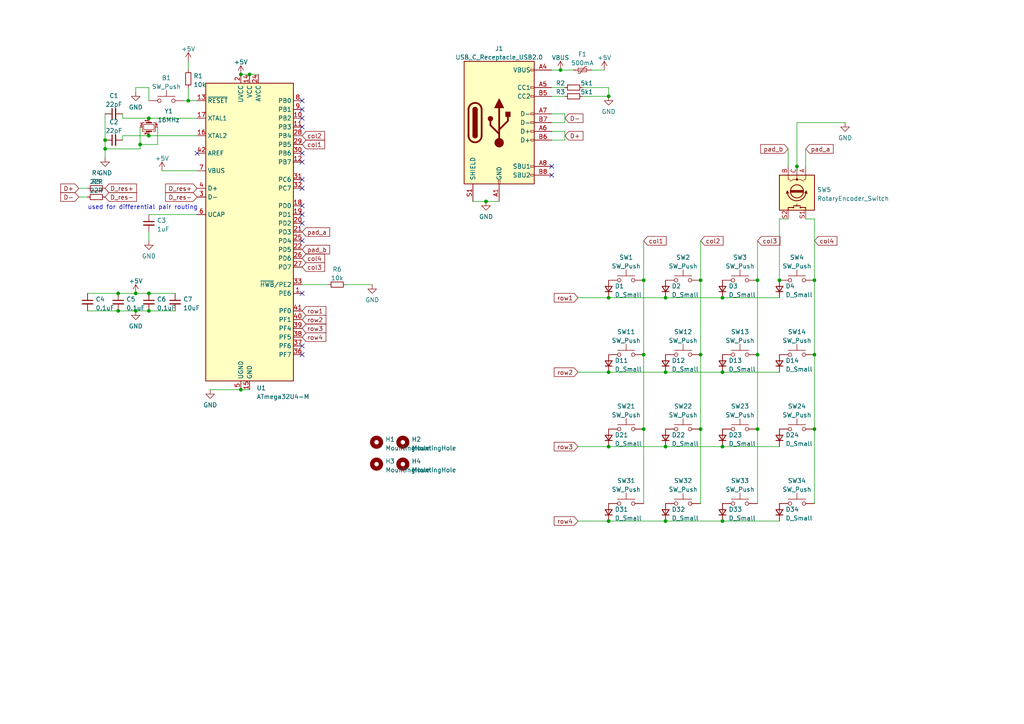
<source format=kicad_sch>
(kicad_sch (version 20211123) (generator eeschema)
  (paper "A4")
  (lib_symbols
    (symbol "Connector:USB_C_Receptacle_USB2.0" (pin_names (offset 1.016))
      (property "Reference" "J" (at -10.16 19.05 0))
      (property "Value" "USB_C_Receptacle_USB2.0" (at 19.05 19.05 0))
      (symbol "USB_C_Receptacle_USB2.0_0_0"
        (rectangle (start -0.254 -17.78) (end 0.254 -16.764))
        (rectangle (start 10.16 -14.986) (end 9.144 -15.494))
        (rectangle (start 10.16 -12.446) (end 9.144 -12.954))
        (rectangle (start 10.16 -4.826) (end 9.144 -5.334))
        (rectangle (start 10.16 -2.286) (end 9.144 -2.794))
        (rectangle (start 10.16 0.254) (end 9.144 -0.254))
        (rectangle (start 10.16 2.794) (end 9.144 2.286))
        (rectangle (start 10.16 7.874) (end 9.144 7.366))
        (rectangle (start 10.16 10.414) (end 9.144 9.906))
        (rectangle (start 10.16 15.494) (end 9.144 14.986))
      )
      (symbol "USB_C_Receptacle_USB2.0_0_1"
        (rectangle (start -10.16 17.78) (end 10.16 -17.78) (stroke (width 0.254)) (fill (type background)))
        (arc (start -8.89 -3.81) (mid -6.985 -5.715) (end -5.08 -3.81) (stroke (width 0.508)))
        (arc (start -7.62 -3.81) (mid -6.985 -4.445) (end -6.35 -3.81) (stroke (width 0.254)))
        (arc (start -7.62 -3.81) (mid -6.985 -4.445) (end -6.35 -3.81) (stroke (width 0.254)) (fill (type outline)))
        (rectangle (start -7.62 -3.81) (end -6.35 3.81) (stroke (width 0.254)) (fill (type outline)))
        (arc (start -6.35 3.81) (mid -6.985 4.445) (end -7.62 3.81) (stroke (width 0.254)))
        (arc (start -6.35 3.81) (mid -6.985 4.445) (end -7.62 3.81) (stroke (width 0.254)) (fill (type outline)))
        (arc (start -5.08 3.81) (mid -6.985 5.715) (end -8.89 3.81) (stroke (width 0.508)))
        (circle (center -2.54 1.143) (radius 0.635) (stroke (width 0.254)) (fill (type outline)))
        (circle (center 0 -5.842) (radius 1.27) (fill (type outline)))
        (polyline (pts (xy -8.89 -3.81) (xy -8.89 3.81)) (stroke (width 0.508)))
        (polyline (pts (xy -5.08 3.81) (xy -5.08 -3.81)) (stroke (width 0.508)))
        (polyline (pts (xy 0 -5.842) (xy 0 4.318)) (stroke (width 0.508)))
        (polyline (pts (xy 0 -3.302) (xy -2.54 -0.762) (xy -2.54 0.508)) (stroke (width 0.508)))
        (polyline (pts (xy 0 -2.032) (xy 2.54 0.508) (xy 2.54 1.778)) (stroke (width 0.508)))
        (polyline (pts (xy -1.27 4.318) (xy 0 6.858) (xy 1.27 4.318) (xy -1.27 4.318)) (stroke (width 0.254)) (fill (type outline)))
        (rectangle (start 1.905 1.778) (end 3.175 3.048) (stroke (width 0.254)) (fill (type outline)))
      )
      (symbol "USB_C_Receptacle_USB2.0_1_1"
        (pin passive line (at 0 -22.86 90) (length 5.08) (name "GND") (number "A1"))
        (pin passive line (at 0 -22.86 90) (length 5.08) hide (name "GND") (number "A12"))
        (pin passive line (at 15.24 15.24 180) (length 5.08) (name "VBUS") (number "A4"))
        (pin bidirectional line (at 15.24 10.16 180) (length 5.08) (name "CC1") (number "A5"))
        (pin bidirectional line (at 15.24 -2.54 180) (length 5.08) (name "D+") (number "A6"))
        (pin bidirectional line (at 15.24 2.54 180) (length 5.08) (name "D-") (number "A7"))
        (pin bidirectional line (at 15.24 -12.7 180) (length 5.08) (name "SBU1") (number "A8"))
        (pin passive line (at 15.24 15.24 180) (length 5.08) hide (name "VBUS") (number "A9"))
        (pin passive line (at 0 -22.86 90) (length 5.08) hide (name "GND") (number "B1"))
        (pin passive line (at 0 -22.86 90) (length 5.08) hide (name "GND") (number "B12"))
        (pin passive line (at 15.24 15.24 180) (length 5.08) hide (name "VBUS") (number "B4"))
        (pin bidirectional line (at 15.24 7.62 180) (length 5.08) (name "CC2") (number "B5"))
        (pin bidirectional line (at 15.24 -5.08 180) (length 5.08) (name "D+") (number "B6"))
        (pin bidirectional line (at 15.24 0 180) (length 5.08) (name "D-") (number "B7"))
        (pin bidirectional line (at 15.24 -15.24 180) (length 5.08) (name "SBU2") (number "B8"))
        (pin passive line (at 15.24 15.24 180) (length 5.08) hide (name "VBUS") (number "B9"))
        (pin passive line (at -7.62 -22.86 90) (length 5.08) (name "SHIELD") (number "S1"))
      )
    )
    (symbol "Device:C_Small" (pin_numbers hide) (pin_names (offset 0.254) hide)
      (property "Reference" "C" (at 0.254 1.778 0))
      (property "Value" "C_Small" (at 0.254 -2.032 0))
      (symbol "C_Small_0_1"
        (polyline (pts (xy -1.524 -0.508) (xy 1.524 -0.508)) (stroke (width 0.3302)))
        (polyline (pts (xy -1.524 0.508) (xy 1.524 0.508)) (stroke (width 0.3048)))
      )
      (symbol "C_Small_1_1"
        (pin passive line (at 0 2.54 270) (length 2.032) (name "~") (number "1"))
        (pin passive line (at 0 -2.54 90) (length 2.032) (name "~") (number "2"))
      )
    )
    (symbol "Device:Crystal_GND24_Small" (pin_names (offset 1.016) hide)
      (property "Reference" "Y" (at 1.27 4.445 0))
      (property "Value" "Crystal_GND24_Small" (at 1.27 2.54 0))
      (symbol "Crystal_GND24_Small_0_1"
        (rectangle (start -0.762 -1.524) (end 0.762 1.524))
        (polyline (pts (xy -1.27 -0.762) (xy -1.27 0.762)) (stroke (width 0.381)))
        (polyline (pts (xy 1.27 -0.762) (xy 1.27 0.762)) (stroke (width 0.381)))
        (polyline (pts (xy -1.27 -1.27) (xy -1.27 -1.905) (xy 1.27 -1.905) (xy 1.27 -1.27)))
        (polyline (pts (xy -1.27 1.27) (xy -1.27 1.905) (xy 1.27 1.905) (xy 1.27 1.27)))
      )
      (symbol "Crystal_GND24_Small_1_1"
        (pin passive line (at -2.54 0 0) (length 1.27) (name "1") (number "1"))
        (pin passive line (at 0 -2.54 90) (length 0.635) (name "2") (number "2"))
        (pin passive line (at 2.54 0 180) (length 1.27) (name "3") (number "3"))
        (pin passive line (at 0 2.54 270) (length 0.635) (name "4") (number "4"))
      )
    )
    (symbol "Device:D_Small" (pin_numbers hide) (pin_names (offset 0.254) hide)
      (property "Reference" "D" (at -1.27 2.032 0))
      (property "Value" "D_Small" (at -3.81 -2.032 0))
      (symbol "D_Small_0_1"
        (polyline (pts (xy -0.762 -1.016) (xy -0.762 1.016)) (stroke (width 0.254)))
        (polyline (pts (xy -0.762 0) (xy 0.762 0)))
        (polyline (pts (xy 0.762 -1.016) (xy -0.762 0) (xy 0.762 1.016) (xy 0.762 -1.016)) (stroke (width 0.254)))
      )
      (symbol "D_Small_1_1"
        (pin passive line (at -2.54 0 0) (length 1.778) (name "K") (number "1"))
        (pin passive line (at 2.54 0 180) (length 1.778) (name "A") (number "2"))
      )
    )
    (symbol "Device:Polyfuse_Small" (pin_numbers hide) (pin_names (offset 0))
      (property "Reference" "F" (at -1.905 0 90))
      (property "Value" "Polyfuse_Small" (at 1.905 0 90))
      (symbol "Polyfuse_Small_0_1"
        (rectangle (start -0.508 1.27) (end 0.508 -1.27))
        (polyline (pts (xy 0 2.54) (xy 0 -2.54)))
        (polyline (pts (xy -1.016 1.27) (xy -1.016 0.762) (xy 1.016 -0.762) (xy 1.016 -1.27)))
      )
      (symbol "Polyfuse_Small_1_1"
        (pin passive line (at 0 2.54 270) (length 0.635) (name "~") (number "1"))
        (pin passive line (at 0 -2.54 90) (length 0.635) (name "~") (number "2"))
      )
    )
    (symbol "Device:R_Small" (pin_numbers hide) (pin_names (offset 0.254) hide)
      (property "Reference" "R" (at 0.762 0.508 0))
      (property "Value" "R_Small" (at 0.762 -1.016 0))
      (symbol "R_Small_0_1"
        (rectangle (start -0.762 1.778) (end 0.762 -1.778) (stroke (width 0.2032)))
      )
      (symbol "R_Small_1_1"
        (pin passive line (at 0 2.54 270) (length 0.762) (name "~") (number "1"))
        (pin passive line (at 0 -2.54 90) (length 0.762) (name "~") (number "2"))
      )
    )
    (symbol "Device:RotaryEncoder_Switch" (pin_names (offset 0.254) hide)
      (property "Reference" "SW" (at 0 6.604 0))
      (property "Value" "RotaryEncoder_Switch" (at 0 -6.604 0))
      (symbol "RotaryEncoder_Switch_0_1"
        (rectangle (start -5.08 5.08) (end 5.08 -5.08) (stroke (width 0.254)) (fill (type background)))
        (circle (center -3.81 0) (radius 0.254) (fill (type outline)))
        (arc (start -0.381 -2.794) (mid 2.3622 -0.0508) (end -0.381 2.667) (stroke (width 0.254)))
        (circle (center -0.381 0) (radius 1.905) (stroke (width 0.254)))
        (polyline (pts (xy -0.635 -1.778) (xy -0.635 1.778)) (stroke (width 0.254)))
        (polyline (pts (xy -0.381 -1.778) (xy -0.381 1.778)) (stroke (width 0.254)))
        (polyline (pts (xy -0.127 1.778) (xy -0.127 -1.778)) (stroke (width 0.254)))
        (polyline (pts (xy 3.81 0) (xy 3.429 0)) (stroke (width 0.254)))
        (polyline (pts (xy 3.81 1.016) (xy 3.81 -1.016)) (stroke (width 0.254)))
        (polyline (pts (xy -5.08 -2.54) (xy -3.81 -2.54) (xy -3.81 -2.032)))
        (polyline (pts (xy -5.08 2.54) (xy -3.81 2.54) (xy -3.81 2.032)))
        (polyline (pts (xy 0.254 -3.048) (xy -0.508 -2.794) (xy 0.127 -2.413)) (stroke (width 0.254)))
        (polyline (pts (xy 0.254 2.921) (xy -0.508 2.667) (xy 0.127 2.286)) (stroke (width 0.254)))
        (polyline (pts (xy 5.08 -2.54) (xy 4.318 -2.54) (xy 4.318 -1.016)) (stroke (width 0.254)))
        (polyline (pts (xy 5.08 2.54) (xy 4.318 2.54) (xy 4.318 1.016)) (stroke (width 0.254)))
        (polyline (pts (xy -5.08 0) (xy -3.81 0) (xy -3.81 -1.016) (xy -3.302 -2.032)))
        (polyline (pts (xy -4.318 0) (xy -3.81 0) (xy -3.81 1.016) (xy -3.302 2.032)))
        (circle (center 4.318 -1.016) (radius 0.127) (stroke (width 0.254)))
        (circle (center 4.318 1.016) (radius 0.127) (stroke (width 0.254)))
      )
      (symbol "RotaryEncoder_Switch_1_1"
        (pin passive line (at -7.62 2.54 0) (length 2.54) (name "A") (number "A"))
        (pin passive line (at -7.62 -2.54 0) (length 2.54) (name "B") (number "B"))
        (pin passive line (at -7.62 0 0) (length 2.54) (name "C") (number "C"))
        (pin passive line (at 7.62 2.54 180) (length 2.54) (name "S1") (number "S1"))
        (pin passive line (at 7.62 -2.54 180) (length 2.54) (name "S2") (number "S2"))
      )
    )
    (symbol "MCU_Microchip_ATmega:ATmega32U4-M"
      (property "Reference" "U" (at -12.7 44.45 0))
      (property "Value" "ATmega32U4-M" (at 2.54 -44.45 0))
      (symbol "ATmega32U4-M_0_1"
        (rectangle (start -12.7 -43.18) (end 12.7 43.18) (stroke (width 0.254)) (fill (type background)))
      )
      (symbol "ATmega32U4-M_1_1"
        (pin bidirectional line (at 15.24 -17.78 180) (length 2.54) (name "PE6") (number "1"))
        (pin bidirectional line (at 15.24 33.02 180) (length 2.54) (name "PB2") (number "10"))
        (pin bidirectional line (at 15.24 30.48 180) (length 2.54) (name "PB3") (number "11"))
        (pin bidirectional line (at 15.24 20.32 180) (length 2.54) (name "PB7") (number "12"))
        (pin input line (at -15.24 38.1 0) (length 2.54) (name "~{RESET}") (number "13"))
        (pin power_in line (at 0 45.72 270) (length 2.54) (name "VCC") (number "14"))
        (pin power_in line (at 0 -45.72 90) (length 2.54) (name "GND") (number "15"))
        (pin output line (at -15.24 27.94 0) (length 2.54) (name "XTAL2") (number "16"))
        (pin input line (at -15.24 33.02 0) (length 2.54) (name "XTAL1") (number "17"))
        (pin bidirectional line (at 15.24 7.62 180) (length 2.54) (name "PD0") (number "18"))
        (pin bidirectional line (at 15.24 5.08 180) (length 2.54) (name "PD1") (number "19"))
        (pin power_in line (at -2.54 45.72 270) (length 2.54) (name "UVCC") (number "2"))
        (pin bidirectional line (at 15.24 2.54 180) (length 2.54) (name "PD2") (number "20"))
        (pin bidirectional line (at 15.24 0 180) (length 2.54) (name "PD3") (number "21"))
        (pin bidirectional line (at 15.24 -5.08 180) (length 2.54) (name "PD5") (number "22"))
        (pin passive line (at 0 -45.72 90) (length 2.54) hide (name "GND") (number "23"))
        (pin power_in line (at 2.54 45.72 270) (length 2.54) (name "AVCC") (number "24"))
        (pin bidirectional line (at 15.24 -2.54 180) (length 2.54) (name "PD4") (number "25"))
        (pin bidirectional line (at 15.24 -7.62 180) (length 2.54) (name "PD6") (number "26"))
        (pin bidirectional line (at 15.24 -10.16 180) (length 2.54) (name "PD7") (number "27"))
        (pin bidirectional line (at 15.24 27.94 180) (length 2.54) (name "PB4") (number "28"))
        (pin bidirectional line (at 15.24 25.4 180) (length 2.54) (name "PB5") (number "29"))
        (pin bidirectional line (at -15.24 10.16 0) (length 2.54) (name "D-") (number "3"))
        (pin bidirectional line (at 15.24 22.86 180) (length 2.54) (name "PB6") (number "30"))
        (pin bidirectional line (at 15.24 15.24 180) (length 2.54) (name "PC6") (number "31"))
        (pin bidirectional line (at 15.24 12.7 180) (length 2.54) (name "PC7") (number "32"))
        (pin bidirectional line (at 15.24 -15.24 180) (length 2.54) (name "~{HWB}/PE2") (number "33"))
        (pin passive line (at 0 45.72 270) (length 2.54) hide (name "VCC") (number "34"))
        (pin passive line (at 0 -45.72 90) (length 2.54) hide (name "GND") (number "35"))
        (pin bidirectional line (at 15.24 -35.56 180) (length 2.54) (name "PF7") (number "36"))
        (pin bidirectional line (at 15.24 -33.02 180) (length 2.54) (name "PF6") (number "37"))
        (pin bidirectional line (at 15.24 -30.48 180) (length 2.54) (name "PF5") (number "38"))
        (pin bidirectional line (at 15.24 -27.94 180) (length 2.54) (name "PF4") (number "39"))
        (pin bidirectional line (at -15.24 12.7 0) (length 2.54) (name "D+") (number "4"))
        (pin bidirectional line (at 15.24 -25.4 180) (length 2.54) (name "PF1") (number "40"))
        (pin bidirectional line (at 15.24 -22.86 180) (length 2.54) (name "PF0") (number "41"))
        (pin passive line (at -15.24 22.86 0) (length 2.54) (name "AREF") (number "42"))
        (pin passive line (at 0 -45.72 90) (length 2.54) hide (name "GND") (number "43"))
        (pin passive line (at 2.54 45.72 270) (length 2.54) hide (name "AVCC") (number "44"))
        (pin passive line (at 0 -45.72 90) (length 2.54) hide (name "GND") (number "45"))
        (pin passive line (at -2.54 -45.72 90) (length 2.54) (name "UGND") (number "5"))
        (pin passive line (at -15.24 5.08 0) (length 2.54) (name "UCAP") (number "6"))
        (pin input line (at -15.24 17.78 0) (length 2.54) (name "VBUS") (number "7"))
        (pin bidirectional line (at 15.24 38.1 180) (length 2.54) (name "PB0") (number "8"))
        (pin bidirectional line (at 15.24 35.56 180) (length 2.54) (name "PB1") (number "9"))
      )
    )
    (symbol "Mechanical:MountingHole" (pin_names (offset 1.016))
      (property "Reference" "H" (at 0 5.08 0))
      (property "Value" "MountingHole" (at 0 3.175 0))
      (symbol "MountingHole_0_1"
        (circle (center 0 0) (radius 1.27) (stroke (width 1.27)))
      )
    )
    (symbol "Switch:SW_Push" (pin_numbers hide) (pin_names (offset 1.016) hide)
      (property "Reference" "SW" (at 1.27 2.54 0))
      (property "Value" "SW_Push" (at 0 -1.524 0))
      (symbol "SW_Push_0_1"
        (circle (center -2.032 0) (radius 0.508))
        (polyline (pts (xy 0 1.27) (xy 0 3.048)))
        (polyline (pts (xy 2.54 1.27) (xy -2.54 1.27)))
        (circle (center 2.032 0) (radius 0.508))
        (pin passive line (at -5.08 0 0) (length 2.54) (name "1") (number "1"))
        (pin passive line (at 5.08 0 180) (length 2.54) (name "2") (number "2"))
      )
    )
    (symbol "power:+5V" (power) (pin_names (offset 0))
      (property "Value" "+5V" (at 0 3.556 0))
      (symbol "+5V_0_1"
        (polyline (pts (xy -0.762 1.27) (xy 0 2.54)))
        (polyline (pts (xy 0 0) (xy 0 2.54)))
        (polyline (pts (xy 0 2.54) (xy 0.762 1.27)))
      )
      (symbol "+5V_1_1"
        (pin power_in line (at 0 0 90) (length 0) hide (name "+5V") (number "1"))
      )
    )
    (symbol "power:GND" (power) (pin_names (offset 0))
      (property "Value" "GND" (at 0 -3.81 0))
      (symbol "GND_0_1"
        (polyline (pts (xy 0 0) (xy 0 -1.27) (xy 1.27 -1.27) (xy 0 -2.54) (xy -1.27 -1.27) (xy 0 -1.27)))
      )
      (symbol "GND_1_1"
        (pin power_in line (at 0 0 270) (length 0) hide (name "GND") (number "1"))
      )
    )
    (symbol "power:VBUS" (power) (pin_names (offset 0))
      (property "Value" "VBUS" (at 0 3.81 0))
      (symbol "VBUS_0_1"
        (polyline (pts (xy -0.762 1.27) (xy 0 2.54)))
        (polyline (pts (xy 0 0) (xy 0 2.54)))
        (polyline (pts (xy 0 2.54) (xy 0.762 1.27)))
      )
      (symbol "VBUS_1_1"
        (pin power_in line (at 0 0 90) (length 0) hide (name "VBUS") (number "1"))
      )
    )
  )
  (junction (at 30.48 40.64))
  (junction (at 193.04 86.36))
  (junction (at 236.22 81.28))
  (junction (at 39.37 90.17))
  (junction (at 43.18 39.37))
  (junction (at 209.55 86.36))
  (junction (at 236.22 102.87))
  (junction (at 219.71 102.87))
  (junction (at 219.71 81.28))
  (junction (at 209.55 107.95))
  (junction (at 209.55 129.54))
  (junction (at 231.14 48.26))
  (junction (at 34.29 90.17))
  (junction (at 203.2 102.87))
  (junction (at 203.2 81.28))
  (junction (at 43.18 90.17))
  (junction (at 176.53 86.36))
  (junction (at 176.53 151.13))
  (junction (at 186.69 102.87))
  (junction (at 219.71 124.46))
  (junction (at 34.29 85.09))
  (junction (at 236.22 124.46))
  (junction (at 69.85 21.59))
  (junction (at 140.97 58.42))
  (junction (at 209.55 151.13))
  (junction (at 40.64 41.91))
  (junction (at 43.18 85.09))
  (junction (at 226.06 81.28))
  (junction (at 176.53 107.95))
  (junction (at 43.18 34.29))
  (junction (at 193.04 107.95))
  (junction (at 176.53 27.94))
  (junction (at 72.39 21.59))
  (junction (at 54.61 29.21))
  (junction (at 176.53 129.54))
  (junction (at 186.69 81.28))
  (junction (at 162.56 20.32))
  (junction (at 186.69 124.46))
  (junction (at 193.04 151.13))
  (junction (at 69.85 113.03))
  (junction (at 39.37 85.09))
  (junction (at 203.2 124.46))
  (junction (at 193.04 129.54))
  (junction (at 30.48 43.18))
  (no_connect (at 57.15 44.45))
  (no_connect (at 87.63 36.83))
  (no_connect (at 87.63 34.29))
  (no_connect (at 87.63 31.75))
  (no_connect (at 87.63 29.21))
  (no_connect (at 87.63 54.61))
  (no_connect (at 87.63 46.99))
  (no_connect (at 87.63 44.45))
  (no_connect (at 87.63 85.09))
  (no_connect (at 87.63 100.33))
  (no_connect (at 87.63 102.87))
  (no_connect (at 87.63 64.77))
  (no_connect (at 87.63 62.23))
  (no_connect (at 87.63 59.69))
  (no_connect (at 87.63 52.07))
  (no_connect (at 87.63 69.85))
  (no_connect (at 160.02 50.8))
  (no_connect (at 160.02 48.26))
  (wire (pts (xy 236.22 124.46) (xy 236.22 146.05)))
  (wire (pts (xy 87.63 82.55) (xy 95.25 82.55)))
  (wire (pts (xy 137.16 58.42) (xy 140.97 58.42)))
  (wire (pts (xy 176.53 151.13) (xy 193.04 151.13)))
  (wire (pts (xy 46.99 49.53) (xy 57.15 49.53)))
  (wire (pts (xy 43.18 39.37) (xy 57.15 39.37)))
  (wire (pts (xy 168.91 27.94) (xy 176.53 27.94)))
  (wire (pts (xy 209.55 86.36) (xy 226.06 86.36)))
  (wire (pts (xy 236.22 63.5) (xy 233.68 63.5)))
  (wire (pts (xy 39.37 85.09) (xy 43.18 85.09)))
  (wire (pts (xy 219.71 124.46) (xy 219.71 146.05)))
  (wire (pts (xy 39.37 25.4) (xy 39.37 26.67)))
  (wire (pts (xy 160.02 33.02) (xy 163.83 33.02)))
  (wire (pts (xy 228.6 43.18) (xy 228.6 48.26)))
  (wire (pts (xy 54.61 25.4) (xy 54.61 29.21)))
  (wire (pts (xy 40.64 41.91) (xy 40.64 36.83)))
  (wire (pts (xy 45.72 36.83) (xy 45.72 41.91)))
  (wire (pts (xy 186.69 124.46) (xy 186.69 146.05)))
  (wire (pts (xy 167.64 129.54) (xy 176.53 129.54)))
  (wire (pts (xy 171.45 20.32) (xy 175.26 20.32)))
  (wire (pts (xy 176.53 25.4) (xy 176.53 27.94)))
  (wire (pts (xy 69.85 113.03) (xy 72.39 113.03)))
  (wire (pts (xy 219.71 81.28) (xy 219.71 102.87)))
  (wire (pts (xy 43.18 25.4) (xy 39.37 25.4)))
  (wire (pts (xy 69.85 21.59) (xy 72.39 21.59)))
  (wire (pts (xy 43.18 39.37) (xy 35.56 39.37)))
  (wire (pts (xy 168.91 25.4) (xy 176.53 25.4)))
  (wire (pts (xy 22.86 54.61) (xy 25.4 54.61)))
  (wire (pts (xy 226.06 63.5) (xy 228.6 63.5)))
  (wire (pts (xy 54.61 29.21) (xy 57.15 29.21)))
  (wire (pts (xy 35.56 33.02) (xy 35.56 34.29)))
  (wire (pts (xy 203.2 124.46) (xy 203.2 146.05)))
  (wire (pts (xy 176.53 86.36) (xy 193.04 86.36)))
  (wire (pts (xy 43.18 85.09) (xy 50.8 85.09)))
  (wire (pts (xy 35.56 39.37) (xy 35.56 40.64)))
  (wire (pts (xy 186.69 81.28) (xy 186.69 102.87)))
  (wire (pts (xy 167.64 107.95) (xy 176.53 107.95)))
  (wire (pts (xy 100.33 82.55) (xy 107.95 82.55)))
  (wire (pts (xy 209.55 129.54) (xy 226.06 129.54)))
  (wire (pts (xy 72.39 21.59) (xy 74.93 21.59)))
  (wire (pts (xy 25.4 85.09) (xy 34.29 85.09)))
  (wire (pts (xy 39.37 90.17) (xy 43.18 90.17)))
  (wire (pts (xy 43.18 29.21) (xy 43.18 25.4)))
  (wire (pts (xy 163.83 38.1) (xy 163.83 40.64)))
  (wire (pts (xy 231.14 48.26) (xy 231.14 49.53)))
  (wire (pts (xy 231.14 35.56) (xy 245.11 35.56)))
  (wire (pts (xy 22.86 57.15) (xy 25.4 57.15)))
  (wire (pts (xy 203.2 102.87) (xy 203.2 124.46)))
  (wire (pts (xy 43.18 62.23) (xy 57.15 62.23)))
  (wire (pts (xy 43.18 34.29) (xy 57.15 34.29)))
  (wire (pts (xy 43.18 90.17) (xy 50.8 90.17)))
  (wire (pts (xy 226.06 81.28) (xy 226.06 63.5)))
  (wire (pts (xy 186.69 69.85) (xy 186.69 81.28)))
  (wire (pts (xy 231.14 35.56) (xy 231.14 48.26)))
  (wire (pts (xy 193.04 151.13) (xy 209.55 151.13)))
  (wire (pts (xy 34.29 90.17) (xy 39.37 90.17)))
  (wire (pts (xy 186.69 102.87) (xy 186.69 124.46)))
  (wire (pts (xy 30.48 43.18) (xy 40.64 43.18)))
  (wire (pts (xy 43.18 67.31) (xy 43.18 69.85)))
  (wire (pts (xy 219.71 102.87) (xy 219.71 124.46)))
  (wire (pts (xy 236.22 81.28) (xy 236.22 102.87)))
  (wire (pts (xy 219.71 69.85) (xy 219.71 81.28)))
  (wire (pts (xy 60.96 113.03) (xy 69.85 113.03)))
  (wire (pts (xy 53.34 29.21) (xy 54.61 29.21)))
  (wire (pts (xy 203.2 81.28) (xy 203.2 102.87)))
  (wire (pts (xy 160.02 35.56) (xy 163.83 35.56)))
  (wire (pts (xy 54.61 17.78) (xy 54.61 20.32)))
  (wire (pts (xy 160.02 38.1) (xy 163.83 38.1)))
  (wire (pts (xy 236.22 102.87) (xy 236.22 124.46)))
  (wire (pts (xy 209.55 107.95) (xy 226.06 107.95)))
  (wire (pts (xy 160.02 27.94) (xy 163.83 27.94)))
  (wire (pts (xy 160.02 25.4) (xy 163.83 25.4)))
  (wire (pts (xy 30.48 40.64) (xy 30.48 43.18)))
  (wire (pts (xy 45.72 41.91) (xy 40.64 41.91)))
  (wire (pts (xy 167.64 86.36) (xy 176.53 86.36)))
  (wire (pts (xy 209.55 151.13) (xy 226.06 151.13)))
  (wire (pts (xy 30.48 33.02) (xy 30.48 40.64)))
  (wire (pts (xy 193.04 107.95) (xy 209.55 107.95)))
  (wire (pts (xy 162.56 20.32) (xy 166.37 20.32)))
  (wire (pts (xy 233.68 43.18) (xy 233.68 48.26)))
  (wire (pts (xy 193.04 129.54) (xy 209.55 129.54)))
  (wire (pts (xy 160.02 20.32) (xy 162.56 20.32)))
  (wire (pts (xy 40.64 41.91) (xy 40.64 43.18)))
  (wire (pts (xy 30.48 43.18) (xy 30.48 45.72)))
  (wire (pts (xy 25.4 90.17) (xy 34.29 90.17)))
  (wire (pts (xy 163.83 35.56) (xy 163.83 33.02)))
  (wire (pts (xy 167.64 151.13) (xy 176.53 151.13)))
  (wire (pts (xy 34.29 85.09) (xy 39.37 85.09)))
  (wire (pts (xy 203.2 69.85) (xy 203.2 81.28)))
  (wire (pts (xy 193.04 86.36) (xy 209.55 86.36)))
  (wire (pts (xy 160.02 40.64) (xy 163.83 40.64)))
  (wire (pts (xy 43.18 34.29) (xy 35.56 34.29)))
  (wire (pts (xy 176.53 129.54) (xy 193.04 129.54)))
  (wire (pts (xy 236.22 63.5) (xy 236.22 81.28)))
  (wire (pts (xy 176.53 107.95) (xy 193.04 107.95)))
  (wire (pts (xy 140.97 58.42) (xy 144.78 58.42)))
  (text "used for differential pair routing\n" (at 25.4 60.96 0) (effects (font (size 1.27 1.27)) (justify left bottom)))
  (global_label "col2" (shape input) (at 203.2 69.85 0) (property "Intersheet References" "${INTERSHEET_REFS}" (effects hide)))
  (global_label "D+" (shape input) (at 22.86 54.61 180) (property "Intersheet References" "${INTERSHEET_REFS}" (effects hide)))
  (global_label "col2" (shape input) (at 87.63 39.37 0) (property "Intersheet References" "${INTERSHEET_REFS}" (effects hide)))
  (global_label "col1" (shape input) (at 186.69 69.85 0) (property "Intersheet References" "${INTERSHEET_REFS}" (effects hide)))
  (global_label "D-" (shape input) (at 22.86 57.15 180) (property "Intersheet References" "${INTERSHEET_REFS}" (effects hide)))
  (global_label "col3" (shape input) (at 87.63 77.47 0) (property "Intersheet References" "${INTERSHEET_REFS}" (effects hide)))
  (global_label "row1" (shape input) (at 87.63 90.17 0) (property "Intersheet References" "${INTERSHEET_REFS}" (effects hide)))
  (global_label "D_res-" (shape input) (at 30.48 57.15 0) (property "Intersheet References" "${INTERSHEET_REFS}" (effects hide)))
  (global_label "row3" (shape input) (at 167.64 129.54 180) (property "Intersheet References" "${INTERSHEET_REFS}" (effects hide)))
  (global_label "row4" (shape input) (at 87.63 97.79 0) (property "Intersheet References" "${INTERSHEET_REFS}" (effects hide)))
  (global_label "D-" (shape input) (at 163.83 34.29 0) (property "Intersheet References" "${INTERSHEET_REFS}" (effects hide)))
  (global_label "D_res-" (shape input) (at 57.15 57.15 180) (property "Intersheet References" "${INTERSHEET_REFS}" (effects hide)))
  (global_label "row1" (shape input) (at 167.64 86.36 180) (property "Intersheet References" "${INTERSHEET_REFS}" (effects hide)))
  (global_label "pad_a" (shape input) (at 233.68 43.18 0) (property "Intersheet References" "${INTERSHEET_REFS}" (effects hide)))
  (global_label "col4" (shape input) (at 87.63 74.93 0) (property "Intersheet References" "${INTERSHEET_REFS}" (effects hide)))
  (global_label "col1" (shape input) (at 87.63 41.91 0) (property "Intersheet References" "${INTERSHEET_REFS}" (effects hide)))
  (global_label "col3" (shape input) (at 219.71 69.85 0) (property "Intersheet References" "${INTERSHEET_REFS}" (effects hide)))
  (global_label "row3" (shape input) (at 87.63 95.25 0) (property "Intersheet References" "${INTERSHEET_REFS}" (effects hide)))
  (global_label "row2" (shape input) (at 167.64 107.95 180) (property "Intersheet References" "${INTERSHEET_REFS}" (effects hide)))
  (global_label "pad_b" (shape input) (at 228.6 43.18 180) (property "Intersheet References" "${INTERSHEET_REFS}" (effects hide)))
  (global_label "pad_b" (shape input) (at 87.63 72.39 0) (property "Intersheet References" "${INTERSHEET_REFS}" (effects hide)))
  (global_label "D_res+" (shape input) (at 57.15 54.61 180) (property "Intersheet References" "${INTERSHEET_REFS}" (effects hide)))
  (global_label "col4" (shape input) (at 236.22 69.85 0) (property "Intersheet References" "${INTERSHEET_REFS}" (effects hide)))
  (global_label "row2" (shape input) (at 87.63 92.71 0) (property "Intersheet References" "${INTERSHEET_REFS}" (effects hide)))
  (global_label "D+" (shape input) (at 163.83 39.37 0) (property "Intersheet References" "${INTERSHEET_REFS}" (effects hide)))
  (global_label "pad_a" (shape input) (at 87.63 67.31 0) (property "Intersheet References" "${INTERSHEET_REFS}" (effects hide)))
  (global_label "D_res+" (shape input) (at 30.48 54.61 0) (property "Intersheet References" "${INTERSHEET_REFS}" (effects hide)))
  (global_label "row4" (shape input) (at 167.64 151.13 180) (property "Intersheet References" "${INTERSHEET_REFS}" (effects hide)))
  (symbol (lib_id "Device:Crystal_GND24_Small") (at 43.18 36.83 270) (unit 1)
    (property "Reference" "Y1" (at 48.9139 32.2411 90))
    (property "Value" "16MHz" (at 48.9139 34.778 90))
    (property "Footprint" "Crystal:Crystal_SMD_3225-4Pin_3.2x2.5mm" (effects hide))
  )
  (symbol (lib_id "power:+5V") (at 175.26 20.32 0) (unit 1)
    (property "Reference" "#PWR03" (effects hide))
    (property "Value" "+5V" (at 175.26 16.7442 0))
  )
  (symbol (lib_id "Device:R_Small") (at 27.94 57.15 90) (unit 1)
    (property "Reference" "R5" (at 27.94 52.7136 90))
    (property "Value" "22R" (at 27.94 55.2505 90))
    (property "Footprint" "Resistor_SMD:R_0402_1005Metric" (effects hide))
  )
  (symbol (lib_id "Switch:SW_Push") (at 181.61 146.05 0) (unit 1)
    (property "Reference" "SW31" (at 181.61 139.4292 0))
    (property "Value" "SW_Push" (at 181.61 141.9661 0))
    (property "Footprint" "keyswitches:Kailh_socket_PG1350" (effects hide))
  )
  (symbol (lib_id "Device:D_Small") (at 176.53 83.82 90) (unit 1)
    (property "Reference" "D1" (at 178.308 82.9853 90) (effects (justify right)))
    (property "Value" "D_Small" (at 178.308 85.5222 90) (effects (justify right)))
    (property "Footprint" "Diode_SMD:D_SOD-323" (effects hide))
  )
  (symbol (lib_id "Device:RotaryEncoder_Switch") (at 231.14 55.88 270) (unit 1)
    (property "Reference" "SW5" (at 236.982 55.0453 90) (effects (justify left)))
    (property "Value" "RotaryEncoder_Switch" (at 236.982 57.5822 90) (effects (justify left)))
    (property "Footprint" "Rotary_Encoder:RotaryEncoder_Alps_EC12E-Switch_Vertical_H20mm" (effects hide))
  )
  (symbol (lib_id "Device:D_Small") (at 209.55 127 90) (unit 1)
    (property "Reference" "D23" (at 211.328 126.1653 90) (effects (justify right)))
    (property "Value" "D_Small" (at 211.328 128.7022 90) (effects (justify right)))
    (property "Footprint" "Diode_SMD:D_SOD-323" (effects hide))
  )
  (symbol (lib_id "Switch:SW_Push") (at 214.63 124.46 0) (unit 1)
    (property "Reference" "SW23" (at 214.63 117.8392 0))
    (property "Value" "SW_Push" (at 214.63 120.3761 0))
    (property "Footprint" "keyswitches:Kailh_socket_PG1350" (effects hide))
  )
  (symbol (lib_id "power:GND") (at 176.53 27.94 0) (unit 1)
    (property "Reference" "#PWR06" (effects hide))
    (property "Value" "GND" (at 176.53 32.3834 0))
  )
  (symbol (lib_id "Switch:SW_Push") (at 231.14 81.28 0) (unit 1)
    (property "Reference" "SW4" (at 231.14 74.6592 0))
    (property "Value" "SW_Push" (at 231.14 77.1961 0))
    (property "Footprint" "keyswitches:Kailh_socket_PG1350" (effects hide))
  )
  (symbol (lib_id "Device:D_Small") (at 193.04 148.59 90) (unit 1)
    (property "Reference" "D32" (at 194.818 147.7553 90) (effects (justify right)))
    (property "Value" "D_Small" (at 194.818 150.2922 90) (effects (justify right)))
    (property "Footprint" "Diode_SMD:D_SOD-323" (effects hide))
  )
  (symbol (lib_id "power:+5V") (at 46.99 49.53 0) (unit 1)
    (property "Reference" "#PWR08" (effects hide))
    (property "Value" "+5V" (at 46.99 45.9542 0))
  )
  (symbol (lib_id "Device:D_Small") (at 209.55 83.82 90) (unit 1)
    (property "Reference" "D3" (at 211.328 82.9853 90) (effects (justify right)))
    (property "Value" "D_Small" (at 211.328 85.5222 90) (effects (justify right)))
    (property "Footprint" "Diode_SMD:D_SOD-323" (effects hide))
  )
  (symbol (lib_id "Switch:SW_Push") (at 214.63 102.87 0) (unit 1)
    (property "Reference" "SW13" (at 214.63 96.2492 0))
    (property "Value" "SW_Push" (at 214.63 98.7861 0))
    (property "Footprint" "keyswitches:Kailh_socket_PG1350" (effects hide))
  )
  (symbol (lib_id "Switch:SW_Push") (at 181.61 124.46 0) (unit 1)
    (property "Reference" "SW21" (at 181.61 117.8392 0))
    (property "Value" "SW_Push" (at 181.61 120.3761 0))
    (property "Footprint" "keyswitches:Kailh_socket_PG1350" (effects hide))
  )
  (symbol (lib_id "power:GND") (at 39.37 90.17 0) (unit 1)
    (property "Reference" "#PWR013" (effects hide))
    (property "Value" "GND" (at 39.37 94.6134 0))
  )
  (symbol (lib_id "Device:D_Small") (at 193.04 83.82 90) (unit 1)
    (property "Reference" "D2" (at 194.818 82.9853 90) (effects (justify right)))
    (property "Value" "D_Small" (at 194.818 85.5222 90) (effects (justify right)))
    (property "Footprint" "Diode_SMD:D_SOD-323" (effects hide))
  )
  (symbol (lib_id "power:+5V") (at 39.37 85.09 0) (unit 1)
    (property "Reference" "#PWR012" (effects hide))
    (property "Value" "+5V" (at 39.37 81.5142 0))
  )
  (symbol (lib_id "Device:D_Small") (at 209.55 148.59 90) (unit 1)
    (property "Reference" "D33" (at 211.328 147.7553 90) (effects (justify right)))
    (property "Value" "D_Small" (at 211.328 150.2922 90) (effects (justify right)))
    (property "Footprint" "Diode_SMD:D_SOD-323" (effects hide))
  )
  (symbol (lib_id "Mechanical:MountingHole") (at 116.84 128.27 0) (unit 1)
    (property "Reference" "H2" (at 119.38 127.4353 0) (effects (justify left)))
    (property "Value" "MountingHole" (at 119.38 129.9722 0) (effects (justify left)))
    (property "Footprint" "MountingHole:MountingHole_2.2mm_M2_ISO7380" (effects hide))
  )
  (symbol (lib_id "Device:D_Small") (at 209.55 105.41 90) (unit 1)
    (property "Reference" "D13" (at 211.328 104.5753 90) (effects (justify right)))
    (property "Value" "D_Small" (at 211.328 107.1122 90) (effects (justify right)))
    (property "Footprint" "Diode_SMD:D_SOD-323" (effects hide))
  )
  (symbol (lib_id "Switch:SW_Push") (at 48.26 29.21 0) (unit 1)
    (property "Reference" "B1" (at 48.26 22.5892 0))
    (property "Value" "SW_Push" (at 48.26 25.1261 0))
    (property "Footprint" "Button_Switch_SMD:SW_SPST_SKQG_WithoutStem" (effects hide))
  )
  (symbol (lib_id "Device:C_Small") (at 33.02 33.02 90) (unit 1)
    (property "Reference" "C1" (at 33.0263 27.7581 90))
    (property "Value" "22pF" (at 33.0263 30.295 90))
    (property "Footprint" "Capacitor_SMD:C_0402_1005Metric" (effects hide))
  )
  (symbol (lib_id "Switch:SW_Push") (at 198.12 81.28 0) (unit 1)
    (property "Reference" "SW2" (at 198.12 74.6592 0))
    (property "Value" "SW_Push" (at 198.12 77.1961 0))
    (property "Footprint" "keyswitches:Kailh_socket_PG1350" (effects hide))
  )
  (symbol (lib_id "Device:R_Small") (at 27.94 54.61 90) (unit 1)
    (property "Reference" "R4" (at 27.94 50.1736 90))
    (property "Value" "22R" (at 27.94 52.7105 90))
    (property "Footprint" "Resistor_SMD:R_0402_1005Metric" (effects hide))
  )
  (symbol (lib_id "Connector:USB_C_Receptacle_USB2.0") (at 144.78 35.56 0) (unit 1)
    (property "Reference" "J1" (at 144.78 14.0802 0))
    (property "Value" "USB_C_Receptacle_USB2.0" (at 144.78 16.6171 0))
    (property "Footprint" "Connector_USB:USB_C_Receptacle_XKB_U262-16XN-4BVC11" (effects hide))
    (property "Datasheet" "https://www.usb.org/sites/default/files/documents/usb_type-c.zip" (effects hide))
  )
  (symbol (lib_id "Device:R_Small") (at 97.79 82.55 90) (unit 1)
    (property "Reference" "R6" (at 97.79 78.1136 90))
    (property "Value" "10k" (at 97.79 80.6505 90))
    (property "Footprint" "Resistor_SMD:R_0402_1005Metric" (effects hide))
  )
  (symbol (lib_id "power:GND") (at 245.11 35.56 0) (unit 1)
    (property "Reference" "#PWR0101" (effects hide))
    (property "Value" "GND" (at 245.11 40.0034 0))
  )
  (symbol (lib_id "power:GND") (at 30.48 45.72 0) (unit 1)
    (property "Reference" "#PWR07" (effects hide))
    (property "Value" "GND" (at 30.48 50.1634 0))
  )
  (symbol (lib_id "Device:D_Small") (at 176.53 105.41 90) (unit 1)
    (property "Reference" "D11" (at 178.308 104.5753 90) (effects (justify right)))
    (property "Value" "D_Small" (at 178.308 107.1122 90) (effects (justify right)))
    (property "Footprint" "Diode_SMD:D_SOD-323" (effects hide))
  )
  (symbol (lib_id "power:GND") (at 60.96 113.03 0) (unit 1)
    (property "Reference" "#PWR014" (effects hide))
    (property "Value" "GND" (at 60.96 117.4734 0))
  )
  (symbol (lib_id "Device:C_Small") (at 50.8 87.63 0) (unit 1)
    (property "Reference" "C7" (at 53.1241 86.8016 0) (effects (justify left)))
    (property "Value" "10uF" (at 53.1241 89.3385 0) (effects (justify left)))
    (property "Footprint" "Capacitor_SMD:C_0402_1005Metric" (effects hide))
  )
  (symbol (lib_id "Device:D_Small") (at 226.06 83.82 90) (unit 1)
    (property "Reference" "D4" (at 227.838 82.9853 90) (effects (justify right)))
    (property "Value" "D_Small" (at 227.838 85.5222 90) (effects (justify right)))
    (property "Footprint" "Diode_SMD:D_SOD-323" (effects hide))
  )
  (symbol (lib_id "Device:D_Small") (at 176.53 127 90) (unit 1)
    (property "Reference" "D21" (at 178.308 126.1653 90) (effects (justify right)))
    (property "Value" "D_Small" (at 178.308 128.7022 90) (effects (justify right)))
    (property "Footprint" "Diode_SMD:D_SOD-323" (effects hide))
  )
  (symbol (lib_id "Switch:SW_Push") (at 231.14 146.05 0) (unit 1)
    (property "Reference" "SW34" (at 231.14 139.4292 0))
    (property "Value" "SW_Push" (at 231.14 141.9661 0))
    (property "Footprint" "keyswitches:Kailh_socket_PG1350" (effects hide))
  )
  (symbol (lib_id "power:+5V") (at 54.61 17.78 0) (unit 1)
    (property "Reference" "#PWR01" (effects hide))
    (property "Value" "+5V" (at 54.61 14.2042 0))
  )
  (symbol (lib_id "Device:C_Small") (at 43.18 87.63 0) (unit 1)
    (property "Reference" "C6" (at 45.5041 86.8016 0) (effects (justify left)))
    (property "Value" "0.1uF" (at 45.5041 89.3385 0) (effects (justify left)))
    (property "Footprint" "Capacitor_SMD:C_0402_1005Metric" (effects hide))
  )
  (symbol (lib_id "Device:D_Small") (at 226.06 105.41 90) (unit 1)
    (property "Reference" "D14" (at 227.838 104.5753 90) (effects (justify right)))
    (property "Value" "D_Small" (at 227.838 107.1122 90) (effects (justify right)))
    (property "Footprint" "Diode_SMD:D_SOD-323" (effects hide))
  )
  (symbol (lib_id "power:GND") (at 107.95 82.55 0) (unit 1)
    (property "Reference" "#PWR011" (effects hide))
    (property "Value" "GND" (at 107.95 86.9934 0))
  )
  (symbol (lib_id "Device:D_Small") (at 176.53 148.59 90) (unit 1)
    (property "Reference" "D31" (at 178.308 147.7553 90) (effects (justify right)))
    (property "Value" "D_Small" (at 178.308 150.2922 90) (effects (justify right)))
    (property "Footprint" "Diode_SMD:D_SOD-323" (effects hide))
  )
  (symbol (lib_id "Device:R_Small") (at 54.61 22.86 0) (unit 1)
    (property "Reference" "R1" (at 56.1086 22.0253 0) (effects (justify left)))
    (property "Value" "10k" (at 56.1086 24.5622 0) (effects (justify left)))
    (property "Footprint" "Resistor_SMD:R_0402_1005Metric" (effects hide))
  )
  (symbol (lib_id "Device:D_Small") (at 226.06 148.59 90) (unit 1)
    (property "Reference" "D34" (at 227.838 147.7553 90) (effects (justify right)))
    (property "Value" "D_Small" (at 227.838 150.2922 90) (effects (justify right)))
    (property "Footprint" "Diode_SMD:D_SOD-323" (effects hide))
  )
  (symbol (lib_id "Mechanical:MountingHole") (at 109.22 134.62 0) (unit 1)
    (property "Reference" "H3" (at 111.76 133.7853 0) (effects (justify left)))
    (property "Value" "MountingHole" (at 111.76 136.3222 0) (effects (justify left)))
    (property "Footprint" "MountingHole:MountingHole_2.2mm_M2_ISO7380" (effects hide))
  )
  (symbol (lib_id "Switch:SW_Push") (at 231.14 102.87 0) (unit 1)
    (property "Reference" "SW14" (at 231.14 96.2492 0))
    (property "Value" "SW_Push" (at 231.14 98.7861 0))
    (property "Footprint" "keyswitches:Kailh_socket_PG1350" (effects hide))
  )
  (symbol (lib_id "Mechanical:MountingHole") (at 109.22 128.27 0) (unit 1)
    (property "Reference" "H1" (at 111.76 127.4353 0) (effects (justify left)))
    (property "Value" "MountingHole" (at 111.76 129.9722 0) (effects (justify left)))
    (property "Footprint" "MountingHole:MountingHole_2.2mm_M2_ISO7380" (effects hide))
  )
  (symbol (lib_id "Switch:SW_Push") (at 198.12 146.05 0) (unit 1)
    (property "Reference" "SW32" (at 198.12 139.4292 0))
    (property "Value" "SW_Push" (at 198.12 141.9661 0))
    (property "Footprint" "keyswitches:Kailh_socket_PG1350" (effects hide))
  )
  (symbol (lib_id "Switch:SW_Push") (at 198.12 102.87 0) (unit 1)
    (property "Reference" "SW12" (at 198.12 96.2492 0))
    (property "Value" "SW_Push" (at 198.12 98.7861 0))
    (property "Footprint" "keyswitches:Kailh_socket_PG1350" (effects hide))
  )
  (symbol (lib_id "Switch:SW_Push") (at 198.12 124.46 0) (unit 1)
    (property "Reference" "SW22" (at 198.12 117.8392 0))
    (property "Value" "SW_Push" (at 198.12 120.3761 0))
    (property "Footprint" "keyswitches:Kailh_socket_PG1350" (effects hide))
  )
  (symbol (lib_id "Mechanical:MountingHole") (at 116.84 134.62 0) (unit 1)
    (property "Reference" "H4" (at 119.38 133.7853 0) (effects (justify left)))
    (property "Value" "MountingHole" (at 119.38 136.3222 0) (effects (justify left)))
    (property "Footprint" "MountingHole:MountingHole_2.2mm_M2_ISO7380" (effects hide))
  )
  (symbol (lib_id "Device:C_Small") (at 34.29 87.63 0) (unit 1)
    (property "Reference" "C5" (at 36.6141 86.8016 0) (effects (justify left)))
    (property "Value" "0.1uF" (at 36.6141 89.3385 0) (effects (justify left)))
    (property "Footprint" "Capacitor_SMD:C_0402_1005Metric" (effects hide))
  )
  (symbol (lib_id "MCU_Microchip_ATmega:ATmega32U4-M") (at 72.39 67.31 0) (unit 1)
    (property "Reference" "U1" (at 74.4094 112.5204 0) (effects (justify left)))
    (property "Value" "ATmega32U4-M" (at 74.4094 115.0573 0) (effects (justify left)))
    (property "Footprint" "Package_DFN_QFN:QFN-44-1EP_7x7mm_P0.5mm_EP5.2x5.2mm" (effects hide))
    (property "Datasheet" "http://ww1.microchip.com/downloads/en/DeviceDoc/Atmel-7766-8-bit-AVR-ATmega16U4-32U4_Datasheet.pdf" (effects hide))
  )
  (symbol (lib_id "Switch:SW_Push") (at 181.61 102.87 0) (unit 1)
    (property "Reference" "SW11" (at 181.61 96.2492 0))
    (property "Value" "SW_Push" (at 181.61 98.7861 0))
    (property "Footprint" "keyswitches:Kailh_socket_PG1350" (effects hide))
  )
  (symbol (lib_id "power:GND") (at 39.37 26.67 0) (unit 1)
    (property "Reference" "#PWR05" (effects hide))
    (property "Value" "GND" (at 39.37 31.1134 0))
  )
  (symbol (lib_id "Device:D_Small") (at 193.04 127 90) (unit 1)
    (property "Reference" "D22" (at 194.818 126.1653 90) (effects (justify right)))
    (property "Value" "D_Small" (at 194.818 128.7022 90) (effects (justify right)))
    (property "Footprint" "Diode_SMD:D_SOD-323" (effects hide))
  )
  (symbol (lib_id "Device:R_Small") (at 166.37 25.4 90) (unit 1)
    (property "Reference" "R2" (at 162.56 24.13 90))
    (property "Value" "5k1" (at 170.18 24.13 90))
    (property "Footprint" "Resistor_SMD:R_0402_1005Metric" (effects hide))
  )
  (symbol (lib_id "Switch:SW_Push") (at 181.61 81.28 0) (unit 1)
    (property "Reference" "SW1" (at 181.61 74.6592 0))
    (property "Value" "SW_Push" (at 181.61 77.1961 0))
    (property "Footprint" "keyswitches:Kailh_socket_PG1350" (effects hide))
  )
  (symbol (lib_id "Device:D_Small") (at 226.06 127 90) (unit 1)
    (property "Reference" "D24" (at 227.838 126.1653 90) (effects (justify right)))
    (property "Value" "D_Small" (at 227.838 128.7022 90) (effects (justify right)))
    (property "Footprint" "Diode_SMD:D_SOD-323" (effects hide))
  )
  (symbol (lib_id "Switch:SW_Push") (at 231.14 124.46 0) (unit 1)
    (property "Reference" "SW24" (at 231.14 117.8392 0))
    (property "Value" "SW_Push" (at 231.14 120.3761 0))
    (property "Footprint" "keyswitches:Kailh_socket_PG1350" (effects hide))
  )
  (symbol (lib_id "Device:D_Small") (at 193.04 105.41 90) (unit 1)
    (property "Reference" "D12" (at 194.818 104.5753 90) (effects (justify right)))
    (property "Value" "D_Small" (at 194.818 107.1122 90) (effects (justify right)))
    (property "Footprint" "Diode_SMD:D_SOD-323" (effects hide))
  )
  (symbol (lib_id "power:GND") (at 43.18 69.85 0) (unit 1)
    (property "Reference" "#PWR010" (effects hide))
    (property "Value" "GND" (at 43.18 74.2934 0))
  )
  (symbol (lib_id "Switch:SW_Push") (at 214.63 146.05 0) (unit 1)
    (property "Reference" "SW33" (at 214.63 139.4292 0))
    (property "Value" "SW_Push" (at 214.63 141.9661 0))
    (property "Footprint" "keyswitches:Kailh_socket_PG1350" (effects hide))
  )
  (symbol (lib_id "Switch:SW_Push") (at 214.63 81.28 0) (unit 1)
    (property "Reference" "SW3" (at 214.63 74.6592 0))
    (property "Value" "SW_Push" (at 214.63 77.1961 0))
    (property "Footprint" "keyswitches:Kailh_socket_PG1350" (effects hide))
  )
  (symbol (lib_id "Device:C_Small") (at 33.02 40.64 90) (unit 1)
    (property "Reference" "C2" (at 33.0263 35.3781 90))
    (property "Value" "22pF" (at 33.0263 37.915 90))
    (property "Footprint" "Capacitor_SMD:C_0402_1005Metric" (effects hide))
  )
  (symbol (lib_id "Device:C_Small") (at 25.4 87.63 0) (unit 1)
    (property "Reference" "C4" (at 27.7241 86.8016 0) (effects (justify left)))
    (property "Value" "0.1uF" (at 27.7241 89.3385 0) (effects (justify left)))
    (property "Footprint" "Capacitor_SMD:C_0402_1005Metric" (effects hide))
  )
  (symbol (lib_id "Device:R_Small") (at 166.37 27.94 90) (unit 1)
    (property "Reference" "R3" (at 162.56 26.67 90))
    (property "Value" "5k1" (at 170.18 26.67 90))
    (property "Footprint" "Resistor_SMD:R_0402_1005Metric" (effects hide))
  )
  (symbol (lib_id "power:+5V") (at 69.85 21.59 0) (unit 1)
    (property "Reference" "#PWR04" (effects hide))
    (property "Value" "+5V" (at 69.85 18.0142 0))
  )
  (symbol (lib_id "power:VBUS") (at 162.56 20.32 0) (unit 1)
    (property "Reference" "#PWR02" (effects hide))
    (property "Value" "VBUS" (at 162.56 16.7442 0))
  )
  (symbol (lib_id "Device:C_Small") (at 43.18 64.77 0) (unit 1)
    (property "Reference" "C3" (at 45.5041 63.9416 0) (effects (justify left)))
    (property "Value" "1uF" (at 45.5041 66.4785 0) (effects (justify left)))
    (property "Footprint" "Capacitor_SMD:C_0402_1005Metric" (effects hide))
  )
  (symbol (lib_id "power:GND") (at 140.97 58.42 0) (unit 1)
    (property "Reference" "#PWR09" (effects hide))
    (property "Value" "GND" (at 140.97 62.8634 0))
  )
  (symbol (lib_id "Device:Polyfuse_Small") (at 168.91 20.32 90) (unit 1)
    (property "Reference" "F1" (at 168.91 15.7312 90))
    (property "Value" "500mA" (at 168.91 18.2681 90))
    (property "Footprint" "Fuse:Fuse_1206_3216Metric" (effects hide))
  )
)
</source>
